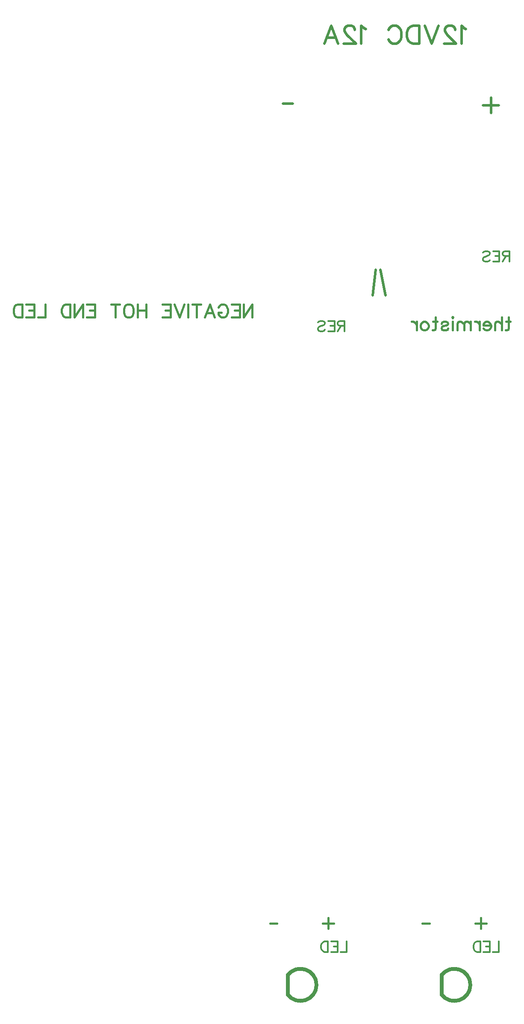
<source format=gbr>
G04 DipTrace 2.3.1.0*
%INBottomSilk_58742_rev6_Blackpoint.gbr*%
%MOIN*%
%ADD21C,0.03*%
%ADD22C,0.02*%
%ADD23C,0.0216*%
%ADD24C,0.0154*%
%ADD25C,0.0124*%
%FSLAX44Y44*%
G04*
G70*
G90*
G75*
G01*
%LNBotSilk*%
%LPD*%
X69958Y8648D2*
D21*
G02X69958Y7148I1000J-750D01*
G01*
Y8711D2*
Y7211D1*
X64583Y61586D2*
D22*
X64833Y63586D1*
X65583Y61586D2*
X65208Y63586D1*
X71853Y82325D2*
D23*
X71718Y82393D1*
X71517Y82593D1*
Y81188D1*
X71017Y82258D2*
Y82325D1*
X70950Y82460D1*
X70884Y82526D1*
X70749Y82593D1*
X70481D1*
X70348Y82526D1*
X70282Y82460D1*
X70214Y82325D1*
Y82192D1*
X70282Y82057D1*
X70415Y81858D1*
X71085Y81188D1*
X70147D1*
X69715Y82594D2*
X69179Y81188D1*
X68644Y82594D1*
X68212D2*
Y81188D1*
X67743D1*
X67542Y81256D1*
X67407Y81389D1*
X67340Y81523D1*
X67274Y81723D1*
Y82059D1*
X67340Y82260D1*
X67407Y82393D1*
X67542Y82528D1*
X67743Y82594D1*
X68212D1*
X65837Y82260D2*
X65904Y82393D1*
X66038Y82528D1*
X66171Y82594D1*
X66439D1*
X66574Y82528D1*
X66707Y82393D1*
X66775Y82260D1*
X66841Y82059D1*
Y81723D1*
X66775Y81523D1*
X66707Y81389D1*
X66574Y81256D1*
X66439Y81188D1*
X66171D1*
X66038Y81256D1*
X65904Y81389D1*
X65837Y81523D1*
X64044Y82325D2*
X63909Y82393D1*
X63708Y82593D1*
Y81188D1*
X63208Y82258D2*
Y82325D1*
X63141Y82460D1*
X63075Y82526D1*
X62940Y82593D1*
X62672D1*
X62539Y82526D1*
X62473Y82460D1*
X62405Y82325D1*
Y82192D1*
X62473Y82057D1*
X62606Y81858D1*
X63276Y81188D1*
X62338D1*
X60833D2*
X61370Y82594D1*
X61906Y81188D1*
X61705Y81657D2*
X61035D1*
X58357Y76515D2*
X57583D1*
X73812Y76993D2*
Y75787D1*
X74414Y76389D2*
X73208D1*
X73014Y13127D2*
D24*
Y12266D1*
X73444Y12696D2*
X72583D1*
X69011D2*
X68458D1*
X74429Y11267D2*
D25*
Y10463D1*
X73970D1*
X73226Y11267D2*
X73723D1*
Y10463D1*
X73226D1*
X73723Y10884D2*
X73417D1*
X72979Y11267D2*
Y10463D1*
X72711D1*
X72596Y10502D1*
X72519Y10578D1*
X72481Y10655D1*
X72443Y10769D1*
Y10961D1*
X72481Y11076D1*
X72519Y11152D1*
X72596Y11229D1*
X72711Y11267D1*
X72979D1*
X75256Y64634D2*
X74912D1*
X74797Y64673D1*
X74758Y64711D1*
X74720Y64787D1*
Y64864D1*
X74758Y64940D1*
X74797Y64979D1*
X74912Y65017D1*
X75256D1*
Y64213D1*
X74988Y64634D2*
X74720Y64213D1*
X73976Y65017D2*
X74473D1*
Y64213D1*
X73976D1*
X74473Y64634D2*
X74167D1*
X73193Y64902D2*
X73269Y64979D1*
X73384Y65017D1*
X73537D1*
X73652Y64979D1*
X73729Y64902D1*
Y64826D1*
X73690Y64749D1*
X73652Y64711D1*
X73576Y64673D1*
X73346Y64596D1*
X73269Y64558D1*
X73231Y64519D1*
X73193Y64443D1*
Y64328D1*
X73269Y64252D1*
X73384Y64213D1*
X73537D1*
X73652Y64252D1*
X73729Y64328D1*
X75193Y59874D2*
D24*
Y59061D1*
X75145Y58918D1*
X75049Y58869D1*
X74954D1*
X75336Y59539D2*
X75002D1*
X74645Y59874D2*
Y58869D1*
Y59348D2*
X74501Y59492D1*
X74405Y59539D1*
X74262D1*
X74167Y59492D1*
X74119Y59348D1*
Y58869D1*
X73810Y59252D2*
X73237D1*
Y59348D1*
X73284Y59444D1*
X73332Y59492D1*
X73428Y59539D1*
X73571D1*
X73667Y59492D1*
X73763Y59395D1*
X73810Y59252D1*
Y59157D1*
X73763Y59013D1*
X73667Y58918D1*
X73571Y58869D1*
X73428D1*
X73332Y58918D1*
X73237Y59013D1*
X72928Y59539D2*
Y58869D1*
Y59252D2*
X72879Y59395D1*
X72784Y59492D1*
X72688Y59539D1*
X72544D1*
X72235D2*
Y58869D1*
Y59348D2*
X72092Y59492D1*
X71996Y59539D1*
X71853D1*
X71757Y59492D1*
X71709Y59348D1*
Y58869D1*
Y59348D2*
X71566Y59492D1*
X71469Y59539D1*
X71327D1*
X71231Y59492D1*
X71182Y59348D1*
Y58869D1*
X70873Y59874D2*
X70826Y59827D1*
X70777Y59874D1*
X70826Y59923D1*
X70873Y59874D1*
X70826Y59539D2*
Y58869D1*
X69942Y59395D2*
X69990Y59492D1*
X70133Y59539D1*
X70277D1*
X70421Y59492D1*
X70468Y59395D1*
X70421Y59300D1*
X70325Y59252D1*
X70086Y59204D1*
X69990Y59157D1*
X69942Y59061D1*
Y59013D1*
X69990Y58918D1*
X70133Y58869D1*
X70277D1*
X70421Y58918D1*
X70468Y59013D1*
X69490Y59874D2*
Y59061D1*
X69442Y58918D1*
X69346Y58869D1*
X69251D1*
X69633Y59539D2*
X69298D1*
X68703D2*
X68798Y59492D1*
X68894Y59395D1*
X68942Y59252D1*
Y59157D1*
X68894Y59013D1*
X68798Y58918D1*
X68703Y58869D1*
X68560D1*
X68463Y58918D1*
X68368Y59013D1*
X68320Y59157D1*
Y59252D1*
X68368Y59395D1*
X68463Y59492D1*
X68560Y59539D1*
X68703D1*
X68011D2*
Y58869D1*
Y59252D2*
X67962Y59395D1*
X67867Y59492D1*
X67771Y59539D1*
X67627D1*
X62392Y59205D2*
D25*
X62048D1*
X61933Y59244D1*
X61894Y59282D1*
X61856Y59358D1*
Y59435D1*
X61894Y59511D1*
X61933Y59550D1*
X62048Y59588D1*
X62392D1*
Y58784D1*
X62124Y59205D2*
X61856Y58784D1*
X61112Y59588D2*
X61609D1*
Y58784D1*
X61112D1*
X61609Y59205D2*
X61303D1*
X60329Y59473D2*
X60405Y59550D1*
X60520Y59588D1*
X60673D1*
X60788Y59550D1*
X60865Y59473D1*
Y59397D1*
X60826Y59320D1*
X60788Y59282D1*
X60712Y59244D1*
X60482Y59167D1*
X60405Y59129D1*
X60367Y59090D1*
X60329Y59014D1*
Y58899D1*
X60405Y58823D1*
X60520Y58784D1*
X60673D1*
X60788Y58823D1*
X60865Y58899D1*
X61139Y13127D2*
D24*
Y12266D1*
X61569Y12696D2*
X60708D1*
X57136D2*
X56583D1*
X62554Y11267D2*
D25*
Y10463D1*
X62095D1*
X61351Y11267D2*
X61848D1*
Y10463D1*
X61351D1*
X61848Y10884D2*
X61542D1*
X61104Y11267D2*
Y10463D1*
X60836D1*
X60721Y10502D1*
X60644Y10578D1*
X60606Y10655D1*
X60568Y10769D1*
Y10961D1*
X60606Y11076D1*
X60644Y11152D1*
X60721Y11229D1*
X60836Y11267D1*
X61104D1*
X57958Y8648D2*
D21*
G02X57958Y7148I1000J-750D01*
G01*
Y8648D2*
Y7148D1*
X54523Y60882D2*
D24*
Y59877D1*
X55193Y60882D1*
Y59877D1*
X53593Y60882D2*
X54214D1*
Y59877D1*
X53593D1*
X54214Y60403D2*
X53832D1*
X52567Y60643D2*
X52614Y60738D1*
X52711Y60834D1*
X52806Y60882D1*
X52997D1*
X53093Y60834D1*
X53188Y60738D1*
X53237Y60643D1*
X53284Y60499D1*
Y60259D1*
X53237Y60117D1*
X53188Y60021D1*
X53093Y59925D1*
X52997Y59877D1*
X52806D1*
X52711Y59925D1*
X52614Y60021D1*
X52567Y60117D1*
Y60259D1*
X52806D1*
X51492Y59877D2*
X51876Y60882D1*
X52258Y59877D1*
X52114Y60212D2*
X51636D1*
X50848Y60882D2*
Y59877D1*
X51183Y60882D2*
X50513D1*
X50205D2*
Y59877D1*
X49896Y60882D2*
X49513Y59877D1*
X49131Y60882D1*
X48201D2*
X48822D1*
Y59877D1*
X48201D1*
X48822Y60403D2*
X48440D1*
X46920Y60882D2*
Y59877D1*
X46250Y60882D2*
Y59877D1*
X46920Y60403D2*
X46250D1*
X45654Y60882D2*
X45750Y60834D1*
X45845Y60738D1*
X45894Y60643D1*
X45941Y60499D1*
Y60259D1*
X45894Y60117D1*
X45845Y60021D1*
X45750Y59925D1*
X45654Y59877D1*
X45463D1*
X45368Y59925D1*
X45272Y60021D1*
X45224Y60117D1*
X45177Y60259D1*
Y60499D1*
X45224Y60643D1*
X45272Y60738D1*
X45368Y60834D1*
X45463Y60882D1*
X45654D1*
X44533D2*
Y59877D1*
X44868Y60882D2*
X44198D1*
X42296D2*
X42917D1*
Y59877D1*
X42296D1*
X42917Y60403D2*
X42535D1*
X41317Y60882D2*
Y59877D1*
X41987Y60882D1*
Y59877D1*
X41008Y60882D2*
Y59877D1*
X40673D1*
X40530Y59925D1*
X40434Y60021D1*
X40386Y60117D1*
X40339Y60259D1*
Y60499D1*
X40386Y60643D1*
X40434Y60738D1*
X40530Y60834D1*
X40673Y60882D1*
X41008D1*
X39058D2*
Y59877D1*
X38484D1*
X37554Y60882D2*
X38175D1*
Y59877D1*
X37554D1*
X38175Y60403D2*
X37793D1*
X37245Y60882D2*
Y59877D1*
X36910D1*
X36767Y59925D1*
X36670Y60021D1*
X36623Y60117D1*
X36575Y60259D1*
Y60499D1*
X36623Y60643D1*
X36670Y60738D1*
X36767Y60834D1*
X36910Y60882D1*
X37245D1*
M02*

</source>
